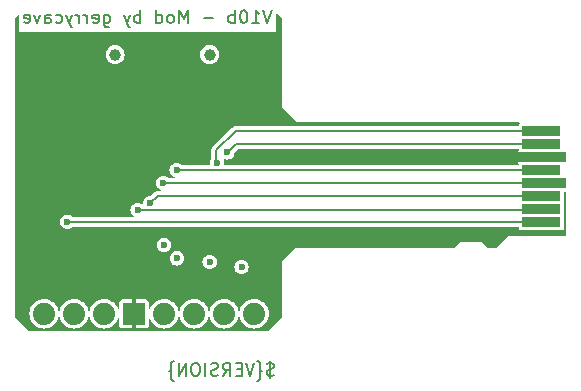
<source format=gbr>
%TF.GenerationSoftware,KiCad,Pcbnew,7.0.9*%
%TF.CreationDate,2023-12-03T03:50:29-05:00*%
%TF.ProjectId,SparkFun_MicroSD_Sniffer_v10,53706172-6b46-4756-9e5f-4d6963726f53,rev?*%
%TF.SameCoordinates,Original*%
%TF.FileFunction,Copper,L16,Bot*%
%TF.FilePolarity,Positive*%
%FSLAX46Y46*%
G04 Gerber Fmt 4.6, Leading zero omitted, Abs format (unit mm)*
G04 Created by KiCad (PCBNEW 7.0.9) date 2023-12-03 03:50:29*
%MOMM*%
%LPD*%
G01*
G04 APERTURE LIST*
%ADD10C,0.190500*%
%TA.AperFunction,NonConductor*%
%ADD11C,0.190500*%
%TD*%
%TA.AperFunction,SMDPad,CuDef*%
%ADD12R,3.250000X0.850000*%
%TD*%
%TA.AperFunction,SMDPad,CuDef*%
%ADD13R,3.750000X0.850000*%
%TD*%
%TA.AperFunction,ComponentPad*%
%ADD14C,1.879600*%
%TD*%
%TA.AperFunction,ComponentPad*%
%ADD15R,1.879600X1.879600*%
%TD*%
%TA.AperFunction,ComponentPad*%
%ADD16C,1.000000*%
%TD*%
%TA.AperFunction,ViaPad*%
%ADD17C,0.600000*%
%TD*%
%TA.AperFunction,Conductor*%
%ADD18C,0.850000*%
%TD*%
%TA.AperFunction,Conductor*%
%ADD19C,0.200000*%
%TD*%
G04 APERTURE END LIST*
D10*
D11*
X146851862Y-91708483D02*
X146492029Y-92787983D01*
X146492029Y-92787983D02*
X146132195Y-91708483D01*
X145206909Y-92787983D02*
X145823766Y-92787983D01*
X145515338Y-92787983D02*
X145515338Y-91708483D01*
X145515338Y-91708483D02*
X145618147Y-91862698D01*
X145618147Y-91862698D02*
X145720957Y-91965507D01*
X145720957Y-91965507D02*
X145823766Y-92016912D01*
X144538648Y-91708483D02*
X144435838Y-91708483D01*
X144435838Y-91708483D02*
X144333029Y-91759888D01*
X144333029Y-91759888D02*
X144281624Y-91811293D01*
X144281624Y-91811293D02*
X144230219Y-91914102D01*
X144230219Y-91914102D02*
X144178814Y-92119721D01*
X144178814Y-92119721D02*
X144178814Y-92376745D01*
X144178814Y-92376745D02*
X144230219Y-92582364D01*
X144230219Y-92582364D02*
X144281624Y-92685174D01*
X144281624Y-92685174D02*
X144333029Y-92736579D01*
X144333029Y-92736579D02*
X144435838Y-92787983D01*
X144435838Y-92787983D02*
X144538648Y-92787983D01*
X144538648Y-92787983D02*
X144641457Y-92736579D01*
X144641457Y-92736579D02*
X144692862Y-92685174D01*
X144692862Y-92685174D02*
X144744267Y-92582364D01*
X144744267Y-92582364D02*
X144795671Y-92376745D01*
X144795671Y-92376745D02*
X144795671Y-92119721D01*
X144795671Y-92119721D02*
X144744267Y-91914102D01*
X144744267Y-91914102D02*
X144692862Y-91811293D01*
X144692862Y-91811293D02*
X144641457Y-91759888D01*
X144641457Y-91759888D02*
X144538648Y-91708483D01*
X143716172Y-92787983D02*
X143716172Y-91708483D01*
X143716172Y-92119721D02*
X143613362Y-92068317D01*
X143613362Y-92068317D02*
X143407743Y-92068317D01*
X143407743Y-92068317D02*
X143304934Y-92119721D01*
X143304934Y-92119721D02*
X143253529Y-92171126D01*
X143253529Y-92171126D02*
X143202124Y-92273936D01*
X143202124Y-92273936D02*
X143202124Y-92582364D01*
X143202124Y-92582364D02*
X143253529Y-92685174D01*
X143253529Y-92685174D02*
X143304934Y-92736579D01*
X143304934Y-92736579D02*
X143407743Y-92787983D01*
X143407743Y-92787983D02*
X143613362Y-92787983D01*
X143613362Y-92787983D02*
X143716172Y-92736579D01*
X141917006Y-92376745D02*
X141094530Y-92376745D01*
X139758006Y-92787983D02*
X139758006Y-91708483D01*
X139758006Y-91708483D02*
X139398172Y-92479555D01*
X139398172Y-92479555D02*
X139038339Y-91708483D01*
X139038339Y-91708483D02*
X139038339Y-92787983D01*
X138370077Y-92787983D02*
X138472887Y-92736579D01*
X138472887Y-92736579D02*
X138524292Y-92685174D01*
X138524292Y-92685174D02*
X138575696Y-92582364D01*
X138575696Y-92582364D02*
X138575696Y-92273936D01*
X138575696Y-92273936D02*
X138524292Y-92171126D01*
X138524292Y-92171126D02*
X138472887Y-92119721D01*
X138472887Y-92119721D02*
X138370077Y-92068317D01*
X138370077Y-92068317D02*
X138215863Y-92068317D01*
X138215863Y-92068317D02*
X138113054Y-92119721D01*
X138113054Y-92119721D02*
X138061649Y-92171126D01*
X138061649Y-92171126D02*
X138010244Y-92273936D01*
X138010244Y-92273936D02*
X138010244Y-92582364D01*
X138010244Y-92582364D02*
X138061649Y-92685174D01*
X138061649Y-92685174D02*
X138113054Y-92736579D01*
X138113054Y-92736579D02*
X138215863Y-92787983D01*
X138215863Y-92787983D02*
X138370077Y-92787983D01*
X137084959Y-92787983D02*
X137084959Y-91708483D01*
X137084959Y-92736579D02*
X137187768Y-92787983D01*
X137187768Y-92787983D02*
X137393387Y-92787983D01*
X137393387Y-92787983D02*
X137496197Y-92736579D01*
X137496197Y-92736579D02*
X137547602Y-92685174D01*
X137547602Y-92685174D02*
X137599006Y-92582364D01*
X137599006Y-92582364D02*
X137599006Y-92273936D01*
X137599006Y-92273936D02*
X137547602Y-92171126D01*
X137547602Y-92171126D02*
X137496197Y-92119721D01*
X137496197Y-92119721D02*
X137393387Y-92068317D01*
X137393387Y-92068317D02*
X137187768Y-92068317D01*
X137187768Y-92068317D02*
X137084959Y-92119721D01*
X135748436Y-92787983D02*
X135748436Y-91708483D01*
X135748436Y-92119721D02*
X135645626Y-92068317D01*
X135645626Y-92068317D02*
X135440007Y-92068317D01*
X135440007Y-92068317D02*
X135337198Y-92119721D01*
X135337198Y-92119721D02*
X135285793Y-92171126D01*
X135285793Y-92171126D02*
X135234388Y-92273936D01*
X135234388Y-92273936D02*
X135234388Y-92582364D01*
X135234388Y-92582364D02*
X135285793Y-92685174D01*
X135285793Y-92685174D02*
X135337198Y-92736579D01*
X135337198Y-92736579D02*
X135440007Y-92787983D01*
X135440007Y-92787983D02*
X135645626Y-92787983D01*
X135645626Y-92787983D02*
X135748436Y-92736579D01*
X134874555Y-92068317D02*
X134617531Y-92787983D01*
X134360508Y-92068317D02*
X134617531Y-92787983D01*
X134617531Y-92787983D02*
X134720341Y-93045007D01*
X134720341Y-93045007D02*
X134771746Y-93096412D01*
X134771746Y-93096412D02*
X134874555Y-93147817D01*
X132664151Y-92068317D02*
X132664151Y-92942198D01*
X132664151Y-92942198D02*
X132715556Y-93045007D01*
X132715556Y-93045007D02*
X132766960Y-93096412D01*
X132766960Y-93096412D02*
X132869770Y-93147817D01*
X132869770Y-93147817D02*
X133023984Y-93147817D01*
X133023984Y-93147817D02*
X133126794Y-93096412D01*
X132664151Y-92736579D02*
X132766960Y-92787983D01*
X132766960Y-92787983D02*
X132972579Y-92787983D01*
X132972579Y-92787983D02*
X133075389Y-92736579D01*
X133075389Y-92736579D02*
X133126794Y-92685174D01*
X133126794Y-92685174D02*
X133178198Y-92582364D01*
X133178198Y-92582364D02*
X133178198Y-92273936D01*
X133178198Y-92273936D02*
X133126794Y-92171126D01*
X133126794Y-92171126D02*
X133075389Y-92119721D01*
X133075389Y-92119721D02*
X132972579Y-92068317D01*
X132972579Y-92068317D02*
X132766960Y-92068317D01*
X132766960Y-92068317D02*
X132664151Y-92119721D01*
X131738866Y-92736579D02*
X131841675Y-92787983D01*
X131841675Y-92787983D02*
X132047294Y-92787983D01*
X132047294Y-92787983D02*
X132150104Y-92736579D01*
X132150104Y-92736579D02*
X132201508Y-92633769D01*
X132201508Y-92633769D02*
X132201508Y-92222531D01*
X132201508Y-92222531D02*
X132150104Y-92119721D01*
X132150104Y-92119721D02*
X132047294Y-92068317D01*
X132047294Y-92068317D02*
X131841675Y-92068317D01*
X131841675Y-92068317D02*
X131738866Y-92119721D01*
X131738866Y-92119721D02*
X131687461Y-92222531D01*
X131687461Y-92222531D02*
X131687461Y-92325340D01*
X131687461Y-92325340D02*
X132201508Y-92428150D01*
X131224818Y-92787983D02*
X131224818Y-92068317D01*
X131224818Y-92273936D02*
X131173413Y-92171126D01*
X131173413Y-92171126D02*
X131122008Y-92119721D01*
X131122008Y-92119721D02*
X131019199Y-92068317D01*
X131019199Y-92068317D02*
X130916389Y-92068317D01*
X130556556Y-92787983D02*
X130556556Y-92068317D01*
X130556556Y-92273936D02*
X130505151Y-92171126D01*
X130505151Y-92171126D02*
X130453746Y-92119721D01*
X130453746Y-92119721D02*
X130350937Y-92068317D01*
X130350937Y-92068317D02*
X130248127Y-92068317D01*
X129991103Y-92068317D02*
X129734079Y-92787983D01*
X129477056Y-92068317D02*
X129734079Y-92787983D01*
X129734079Y-92787983D02*
X129836889Y-93045007D01*
X129836889Y-93045007D02*
X129888294Y-93096412D01*
X129888294Y-93096412D02*
X129991103Y-93147817D01*
X128603175Y-92736579D02*
X128705984Y-92787983D01*
X128705984Y-92787983D02*
X128911603Y-92787983D01*
X128911603Y-92787983D02*
X129014413Y-92736579D01*
X129014413Y-92736579D02*
X129065818Y-92685174D01*
X129065818Y-92685174D02*
X129117222Y-92582364D01*
X129117222Y-92582364D02*
X129117222Y-92273936D01*
X129117222Y-92273936D02*
X129065818Y-92171126D01*
X129065818Y-92171126D02*
X129014413Y-92119721D01*
X129014413Y-92119721D02*
X128911603Y-92068317D01*
X128911603Y-92068317D02*
X128705984Y-92068317D01*
X128705984Y-92068317D02*
X128603175Y-92119721D01*
X127677889Y-92787983D02*
X127677889Y-92222531D01*
X127677889Y-92222531D02*
X127729294Y-92119721D01*
X127729294Y-92119721D02*
X127832103Y-92068317D01*
X127832103Y-92068317D02*
X128037722Y-92068317D01*
X128037722Y-92068317D02*
X128140532Y-92119721D01*
X127677889Y-92736579D02*
X127780698Y-92787983D01*
X127780698Y-92787983D02*
X128037722Y-92787983D01*
X128037722Y-92787983D02*
X128140532Y-92736579D01*
X128140532Y-92736579D02*
X128191936Y-92633769D01*
X128191936Y-92633769D02*
X128191936Y-92530959D01*
X128191936Y-92530959D02*
X128140532Y-92428150D01*
X128140532Y-92428150D02*
X128037722Y-92376745D01*
X128037722Y-92376745D02*
X127780698Y-92376745D01*
X127780698Y-92376745D02*
X127677889Y-92325340D01*
X127266651Y-92068317D02*
X127009627Y-92787983D01*
X127009627Y-92787983D02*
X126752604Y-92068317D01*
X125930128Y-92736579D02*
X126032937Y-92787983D01*
X126032937Y-92787983D02*
X126238556Y-92787983D01*
X126238556Y-92787983D02*
X126341366Y-92736579D01*
X126341366Y-92736579D02*
X126392770Y-92633769D01*
X126392770Y-92633769D02*
X126392770Y-92222531D01*
X126392770Y-92222531D02*
X126341366Y-92119721D01*
X126341366Y-92119721D02*
X126238556Y-92068317D01*
X126238556Y-92068317D02*
X126032937Y-92068317D01*
X126032937Y-92068317D02*
X125930128Y-92119721D01*
X125930128Y-92119721D02*
X125878723Y-92222531D01*
X125878723Y-92222531D02*
X125878723Y-92325340D01*
X125878723Y-92325340D02*
X126392770Y-92428150D01*
D10*
D11*
X147045674Y-122590179D02*
X146891460Y-122641583D01*
X146891460Y-122641583D02*
X146634436Y-122641583D01*
X146634436Y-122641583D02*
X146531627Y-122590179D01*
X146531627Y-122590179D02*
X146480222Y-122538774D01*
X146480222Y-122538774D02*
X146428817Y-122435964D01*
X146428817Y-122435964D02*
X146428817Y-122333155D01*
X146428817Y-122333155D02*
X146480222Y-122230345D01*
X146480222Y-122230345D02*
X146531627Y-122178940D01*
X146531627Y-122178940D02*
X146634436Y-122127536D01*
X146634436Y-122127536D02*
X146840055Y-122076131D01*
X146840055Y-122076131D02*
X146942865Y-122024726D01*
X146942865Y-122024726D02*
X146994270Y-121973321D01*
X146994270Y-121973321D02*
X147045674Y-121870512D01*
X147045674Y-121870512D02*
X147045674Y-121767702D01*
X147045674Y-121767702D02*
X146994270Y-121664893D01*
X146994270Y-121664893D02*
X146942865Y-121613488D01*
X146942865Y-121613488D02*
X146840055Y-121562083D01*
X146840055Y-121562083D02*
X146583032Y-121562083D01*
X146583032Y-121562083D02*
X146428817Y-121613488D01*
X146737246Y-121407869D02*
X146737246Y-122795798D01*
X145657746Y-123052821D02*
X145709151Y-123052821D01*
X145709151Y-123052821D02*
X145811960Y-123001417D01*
X145811960Y-123001417D02*
X145863365Y-122898607D01*
X145863365Y-122898607D02*
X145863365Y-122384559D01*
X145863365Y-122384559D02*
X145914770Y-122281750D01*
X145914770Y-122281750D02*
X146017579Y-122230345D01*
X146017579Y-122230345D02*
X145914770Y-122178940D01*
X145914770Y-122178940D02*
X145863365Y-122076131D01*
X145863365Y-122076131D02*
X145863365Y-121562083D01*
X145863365Y-121562083D02*
X145811960Y-121459274D01*
X145811960Y-121459274D02*
X145709151Y-121407869D01*
X145709151Y-121407869D02*
X145657746Y-121407869D01*
X145400722Y-121562083D02*
X145040889Y-122641583D01*
X145040889Y-122641583D02*
X144681055Y-121562083D01*
X144321222Y-122076131D02*
X143961388Y-122076131D01*
X143807174Y-122641583D02*
X144321222Y-122641583D01*
X144321222Y-122641583D02*
X144321222Y-121562083D01*
X144321222Y-121562083D02*
X143807174Y-121562083D01*
X142727675Y-122641583D02*
X143087508Y-122127536D01*
X143344532Y-122641583D02*
X143344532Y-121562083D01*
X143344532Y-121562083D02*
X142933294Y-121562083D01*
X142933294Y-121562083D02*
X142830484Y-121613488D01*
X142830484Y-121613488D02*
X142779079Y-121664893D01*
X142779079Y-121664893D02*
X142727675Y-121767702D01*
X142727675Y-121767702D02*
X142727675Y-121921917D01*
X142727675Y-121921917D02*
X142779079Y-122024726D01*
X142779079Y-122024726D02*
X142830484Y-122076131D01*
X142830484Y-122076131D02*
X142933294Y-122127536D01*
X142933294Y-122127536D02*
X143344532Y-122127536D01*
X142316436Y-122590179D02*
X142162222Y-122641583D01*
X142162222Y-122641583D02*
X141905198Y-122641583D01*
X141905198Y-122641583D02*
X141802389Y-122590179D01*
X141802389Y-122590179D02*
X141750984Y-122538774D01*
X141750984Y-122538774D02*
X141699579Y-122435964D01*
X141699579Y-122435964D02*
X141699579Y-122333155D01*
X141699579Y-122333155D02*
X141750984Y-122230345D01*
X141750984Y-122230345D02*
X141802389Y-122178940D01*
X141802389Y-122178940D02*
X141905198Y-122127536D01*
X141905198Y-122127536D02*
X142110817Y-122076131D01*
X142110817Y-122076131D02*
X142213627Y-122024726D01*
X142213627Y-122024726D02*
X142265032Y-121973321D01*
X142265032Y-121973321D02*
X142316436Y-121870512D01*
X142316436Y-121870512D02*
X142316436Y-121767702D01*
X142316436Y-121767702D02*
X142265032Y-121664893D01*
X142265032Y-121664893D02*
X142213627Y-121613488D01*
X142213627Y-121613488D02*
X142110817Y-121562083D01*
X142110817Y-121562083D02*
X141853794Y-121562083D01*
X141853794Y-121562083D02*
X141699579Y-121613488D01*
X141236937Y-122641583D02*
X141236937Y-121562083D01*
X140517270Y-121562083D02*
X140311651Y-121562083D01*
X140311651Y-121562083D02*
X140208841Y-121613488D01*
X140208841Y-121613488D02*
X140106032Y-121716298D01*
X140106032Y-121716298D02*
X140054627Y-121921917D01*
X140054627Y-121921917D02*
X140054627Y-122281750D01*
X140054627Y-122281750D02*
X140106032Y-122487369D01*
X140106032Y-122487369D02*
X140208841Y-122590179D01*
X140208841Y-122590179D02*
X140311651Y-122641583D01*
X140311651Y-122641583D02*
X140517270Y-122641583D01*
X140517270Y-122641583D02*
X140620079Y-122590179D01*
X140620079Y-122590179D02*
X140722889Y-122487369D01*
X140722889Y-122487369D02*
X140774293Y-122281750D01*
X140774293Y-122281750D02*
X140774293Y-121921917D01*
X140774293Y-121921917D02*
X140722889Y-121716298D01*
X140722889Y-121716298D02*
X140620079Y-121613488D01*
X140620079Y-121613488D02*
X140517270Y-121562083D01*
X139591984Y-122641583D02*
X139591984Y-121562083D01*
X139591984Y-121562083D02*
X138975127Y-122641583D01*
X138975127Y-122641583D02*
X138975127Y-121562083D01*
X138563888Y-123052821D02*
X138512483Y-123052821D01*
X138512483Y-123052821D02*
X138409674Y-123001417D01*
X138409674Y-123001417D02*
X138358269Y-122898607D01*
X138358269Y-122898607D02*
X138358269Y-122384559D01*
X138358269Y-122384559D02*
X138306864Y-122281750D01*
X138306864Y-122281750D02*
X138204055Y-122230345D01*
X138204055Y-122230345D02*
X138306864Y-122178940D01*
X138306864Y-122178940D02*
X138358269Y-122076131D01*
X138358269Y-122076131D02*
X138358269Y-121562083D01*
X138358269Y-121562083D02*
X138409674Y-121459274D01*
X138409674Y-121459274D02*
X138512483Y-121407869D01*
X138512483Y-121407869D02*
X138563888Y-121407869D01*
D12*
%TO.P,U1,CD/DAT3,CD/DAT3*%
%TO.N,/CD{slash}DAT3*%
X169696100Y-108514200D03*
%TO.P,U1,CLK,CLK*%
%TO.N,/CLK*%
X169696100Y-105214200D03*
%TO.P,U1,CMD,CMD*%
%TO.N,/CMD*%
X169696100Y-107414200D03*
%TO.P,U1,DAT0,DAT0*%
%TO.N,/DAT0*%
X169696100Y-103014200D03*
%TO.P,U1,DAT1,DAT1*%
%TO.N,/DAT1*%
X169696100Y-101914200D03*
%TO.P,U1,DAT2,DAT2*%
%TO.N,/DAT2*%
X169696100Y-109614200D03*
D13*
%TO.P,U1,GND,GND*%
%TO.N,GND*%
X169896100Y-104114200D03*
%TO.P,U1,VCC,VDD*%
%TO.N,VCC*%
X169896100Y-106314200D03*
%TD*%
D14*
%TO.P,JP1,1,1*%
%TO.N,/DAT2*%
X127596900Y-117398800D03*
%TO.P,JP1,2,2*%
%TO.N,/CD{slash}DAT3*%
X130136900Y-117398800D03*
%TO.P,JP1,3,3*%
%TO.N,/CMD*%
X132676900Y-117398800D03*
D15*
%TO.P,JP1,4,4*%
%TO.N,GND*%
X135216900Y-117398800D03*
D14*
%TO.P,JP1,5,5*%
%TO.N,VCC*%
X137756900Y-117398800D03*
%TO.P,JP1,6,6*%
%TO.N,/CLK*%
X140296900Y-117398800D03*
%TO.P,JP1,7,7*%
%TO.N,/DAT0*%
X142836900Y-117398800D03*
%TO.P,JP1,8,8*%
%TO.N,/DAT1*%
X145376900Y-117398800D03*
%TD*%
D16*
%TO.P,Card1,*%
%TO.N,*%
X141610000Y-95450000D03*
X133610000Y-95450000D03*
%TD*%
D17*
%TO.N,GND*%
X129050000Y-112500000D03*
X132760000Y-107790000D03*
X144190000Y-115230000D03*
X131480000Y-112600000D03*
%TO.N,VCC*%
X137700000Y-106330000D03*
X137740000Y-111570000D03*
%TO.N,/DAT2*%
X129570000Y-109600000D03*
%TO.N,/CD{slash}DAT3*%
X135520000Y-108600000D03*
%TO.N,/CMD*%
X136590000Y-108030000D03*
%TO.N,/CLK*%
X138840000Y-112710000D03*
X138820000Y-105210000D03*
%TO.N,/DAT0*%
X141610000Y-113020000D03*
X143110000Y-103740000D03*
%TO.N,/DAT1*%
X142250000Y-104600000D03*
X144310000Y-113460000D03*
%TD*%
D18*
%TO.N,GND*%
X161565800Y-104114200D02*
X169896100Y-104114200D01*
D19*
%TO.N,VCC*%
X137700000Y-106330000D02*
X137715800Y-106314200D01*
X137715800Y-106314200D02*
X169896100Y-106314200D01*
%TO.N,/DAT2*%
X129584200Y-109614200D02*
X129570000Y-109600000D01*
X169696100Y-109614200D02*
X129584200Y-109614200D01*
%TO.N,/CD{slash}DAT3*%
X135583200Y-108633200D02*
X169577100Y-108633200D01*
X169577100Y-108633200D02*
X169696100Y-108514200D01*
%TO.N,/CMD*%
X137205800Y-107414200D02*
X136590000Y-108030000D01*
X169696100Y-107414200D02*
X137205800Y-107414200D01*
%TO.N,/CLK*%
X138820000Y-105210000D02*
X138824200Y-105214200D01*
X169696100Y-105214200D02*
X138820000Y-105210000D01*
%TO.N,/DAT0*%
X169696100Y-103014200D02*
X143835800Y-103014200D01*
X143835800Y-103014200D02*
X143260000Y-103590000D01*
%TO.N,/DAT1*%
X143805800Y-101914200D02*
X142170000Y-103550000D01*
X142170000Y-103550000D02*
X142170000Y-104611500D01*
X169696100Y-101914200D02*
X143805800Y-101914200D01*
%TD*%
%TA.AperFunction,Conductor*%
%TO.N,GND*%
G36*
X147359339Y-91977151D02*
G01*
X147720294Y-92338106D01*
X147738600Y-92382300D01*
X147738600Y-99889320D01*
X147734660Y-99911159D01*
X147733556Y-99914118D01*
X147733556Y-99914120D01*
X147737172Y-99930742D01*
X147737900Y-99937520D01*
X147737964Y-99937511D01*
X147738599Y-99941932D01*
X147742166Y-99954079D01*
X147742718Y-99956240D01*
X147749471Y-99987282D01*
X147751542Y-99991074D01*
X147751691Y-99991435D01*
X147751736Y-99991511D01*
X147751975Y-99991807D01*
X147754310Y-99995441D01*
X147768285Y-100007550D01*
X147778334Y-100016257D01*
X147779959Y-100017771D01*
X148894703Y-101132515D01*
X148907359Y-101150741D01*
X148908673Y-101153619D01*
X148908675Y-101153621D01*
X148922982Y-101162815D01*
X148928288Y-101167091D01*
X148928327Y-101167040D01*
X148931906Y-101169719D01*
X148943014Y-101175783D01*
X148944935Y-101176923D01*
X148959903Y-101186542D01*
X148971663Y-101194100D01*
X148971665Y-101194100D01*
X148975801Y-101195315D01*
X148976156Y-101195462D01*
X148976258Y-101195488D01*
X148976636Y-101195529D01*
X148980852Y-101196446D01*
X148980853Y-101196445D01*
X148980854Y-101196446D01*
X148987430Y-101195975D01*
X149012547Y-101194180D01*
X149014777Y-101194100D01*
X167783553Y-101194100D01*
X167827747Y-101212406D01*
X167846053Y-101256600D01*
X167827747Y-101300794D01*
X167814867Y-101313673D01*
X167768761Y-101418092D01*
X167765800Y-101443621D01*
X167765800Y-101446400D01*
X167747494Y-101490594D01*
X167703300Y-101508900D01*
X143741607Y-101508900D01*
X143715564Y-101517360D01*
X143706033Y-101519648D01*
X143678999Y-101523930D01*
X143678995Y-101523931D01*
X143654604Y-101536359D01*
X143645547Y-101540110D01*
X143619506Y-101548572D01*
X143619502Y-101548574D01*
X143597356Y-101564663D01*
X143588999Y-101569785D01*
X143564601Y-101582217D01*
X143473817Y-101673002D01*
X141920010Y-103226808D01*
X141838018Y-103308800D01*
X141838016Y-103308803D01*
X141825587Y-103333194D01*
X141820466Y-103341552D01*
X141804372Y-103363704D01*
X141795910Y-103389745D01*
X141792160Y-103398799D01*
X141779731Y-103423194D01*
X141775447Y-103450239D01*
X141773159Y-103459770D01*
X141764700Y-103485807D01*
X141764700Y-104216926D01*
X141751785Y-104254973D01*
X141721272Y-104294738D01*
X141721270Y-104294741D01*
X141660281Y-104441981D01*
X141660278Y-104441991D01*
X141639477Y-104599998D01*
X141639477Y-104600001D01*
X141657173Y-104734419D01*
X141644792Y-104780625D01*
X141603366Y-104804542D01*
X141595199Y-104805077D01*
X139302828Y-104804765D01*
X139258637Y-104786453D01*
X139253259Y-104780320D01*
X139251705Y-104778295D01*
X139251702Y-104778293D01*
X139251701Y-104778291D01*
X139125262Y-104681272D01*
X139125259Y-104681270D01*
X138978018Y-104620281D01*
X138978008Y-104620278D01*
X138820002Y-104599477D01*
X138819998Y-104599477D01*
X138661991Y-104620278D01*
X138661981Y-104620281D01*
X138514741Y-104681270D01*
X138514738Y-104681272D01*
X138388295Y-104778295D01*
X138291272Y-104904738D01*
X138291270Y-104904741D01*
X138230281Y-105051981D01*
X138230278Y-105051991D01*
X138209477Y-105209998D01*
X138209477Y-105210001D01*
X138230278Y-105368008D01*
X138230281Y-105368018D01*
X138291270Y-105515259D01*
X138291272Y-105515262D01*
X138388294Y-105641705D01*
X138482088Y-105713675D01*
X138492339Y-105721541D01*
X138514737Y-105738727D01*
X138514740Y-105738729D01*
X138635279Y-105788658D01*
X138669103Y-105822482D01*
X138669103Y-105870318D01*
X138635279Y-105904142D01*
X138611361Y-105908900D01*
X138166742Y-105908900D01*
X138128695Y-105895985D01*
X138005262Y-105801272D01*
X138005259Y-105801270D01*
X137858018Y-105740281D01*
X137858008Y-105740278D01*
X137700002Y-105719477D01*
X137699998Y-105719477D01*
X137541991Y-105740278D01*
X137541981Y-105740281D01*
X137394741Y-105801270D01*
X137394738Y-105801272D01*
X137268295Y-105898295D01*
X137171272Y-106024738D01*
X137171270Y-106024741D01*
X137110281Y-106171981D01*
X137110278Y-106171991D01*
X137089477Y-106329998D01*
X137089477Y-106330001D01*
X137110278Y-106488008D01*
X137110281Y-106488018D01*
X137171270Y-106635259D01*
X137171272Y-106635262D01*
X137268294Y-106761705D01*
X137394737Y-106858727D01*
X137394740Y-106858729D01*
X137466994Y-106888658D01*
X137500819Y-106922482D01*
X137500818Y-106970318D01*
X137466994Y-107004143D01*
X137443076Y-107008900D01*
X137141607Y-107008900D01*
X137115570Y-107017359D01*
X137106039Y-107019647D01*
X137078994Y-107023931D01*
X137054599Y-107036360D01*
X137045545Y-107040110D01*
X137019504Y-107048572D01*
X136997352Y-107064666D01*
X136988994Y-107069787D01*
X136964603Y-107082216D01*
X136941764Y-107105055D01*
X136644791Y-107402026D01*
X136600597Y-107420332D01*
X136592447Y-107419798D01*
X136590006Y-107419477D01*
X136589997Y-107419477D01*
X136431991Y-107440278D01*
X136431981Y-107440281D01*
X136284741Y-107501270D01*
X136284738Y-107501272D01*
X136158295Y-107598295D01*
X136061272Y-107724738D01*
X136061270Y-107724741D01*
X136000281Y-107871981D01*
X136000278Y-107871991D01*
X135979477Y-108029998D01*
X135979477Y-108030003D01*
X135983155Y-108057943D01*
X135970774Y-108104148D01*
X135929347Y-108128065D01*
X135883143Y-108115685D01*
X135825262Y-108071272D01*
X135825259Y-108071270D01*
X135678018Y-108010281D01*
X135678008Y-108010278D01*
X135520002Y-107989477D01*
X135519998Y-107989477D01*
X135361991Y-108010278D01*
X135361981Y-108010281D01*
X135214741Y-108071270D01*
X135214738Y-108071272D01*
X135088295Y-108168295D01*
X134991272Y-108294738D01*
X134991270Y-108294741D01*
X134930281Y-108441981D01*
X134930278Y-108441991D01*
X134909477Y-108599998D01*
X134909477Y-108600001D01*
X134930278Y-108758008D01*
X134930281Y-108758018D01*
X134991270Y-108905259D01*
X134991272Y-108905262D01*
X135088294Y-109031705D01*
X135173148Y-109096815D01*
X135197066Y-109138242D01*
X135184686Y-109184447D01*
X135143259Y-109208365D01*
X135135101Y-109208900D01*
X130063684Y-109208900D01*
X130019490Y-109190594D01*
X130014100Y-109184448D01*
X130001704Y-109168293D01*
X129875262Y-109071272D01*
X129875259Y-109071270D01*
X129728018Y-109010281D01*
X129728008Y-109010278D01*
X129570002Y-108989477D01*
X129569998Y-108989477D01*
X129411991Y-109010278D01*
X129411981Y-109010281D01*
X129264741Y-109071270D01*
X129264738Y-109071272D01*
X129138295Y-109168295D01*
X129041272Y-109294738D01*
X129041270Y-109294741D01*
X128980281Y-109441981D01*
X128980278Y-109441991D01*
X128959477Y-109599998D01*
X128959477Y-109600001D01*
X128980278Y-109758008D01*
X128980281Y-109758018D01*
X129041270Y-109905259D01*
X129041272Y-109905262D01*
X129138294Y-110031705D01*
X129207461Y-110084778D01*
X129264738Y-110128728D01*
X129411985Y-110189720D01*
X129411989Y-110189720D01*
X129411991Y-110189721D01*
X129569998Y-110210523D01*
X129570000Y-110210523D01*
X129570002Y-110210523D01*
X129728008Y-110189721D01*
X129728008Y-110189720D01*
X129728015Y-110189720D01*
X129875262Y-110128728D01*
X130000780Y-110032415D01*
X130038827Y-110019500D01*
X167703301Y-110019500D01*
X167747495Y-110037806D01*
X167765801Y-110082000D01*
X167765801Y-110084778D01*
X167768762Y-110110309D01*
X167768762Y-110110310D01*
X167776895Y-110128729D01*
X167814866Y-110214725D01*
X167895575Y-110295434D01*
X167999991Y-110341538D01*
X168025521Y-110344500D01*
X171366678Y-110344499D01*
X171392209Y-110341538D01*
X171496625Y-110295434D01*
X171577334Y-110214725D01*
X171623438Y-110110309D01*
X171626400Y-110084779D01*
X171626399Y-109143622D01*
X171623438Y-109118091D01*
X171610788Y-109089444D01*
X171609683Y-109041624D01*
X171610767Y-109039004D01*
X171623438Y-109010309D01*
X171626400Y-108984779D01*
X171626399Y-108043622D01*
X171623438Y-108018091D01*
X171610788Y-107989444D01*
X171609683Y-107941624D01*
X171610767Y-107939004D01*
X171623438Y-107910309D01*
X171626400Y-107884779D01*
X171626399Y-107106998D01*
X171644705Y-107062805D01*
X171688899Y-107044499D01*
X171728642Y-107044499D01*
X171772836Y-107062805D01*
X171791142Y-107106999D01*
X171791137Y-107107800D01*
X171744020Y-110782921D01*
X171725149Y-110826877D01*
X171681366Y-110844620D01*
X166964419Y-110832587D01*
X166942703Y-110828634D01*
X166939564Y-110827461D01*
X166939560Y-110827460D01*
X166923112Y-110831028D01*
X166916408Y-110831738D01*
X166916421Y-110831828D01*
X166911995Y-110832453D01*
X166899696Y-110836029D01*
X166897596Y-110836562D01*
X166866388Y-110843331D01*
X166862949Y-110845206D01*
X166862543Y-110845373D01*
X166862080Y-110845647D01*
X166861742Y-110845919D01*
X166858444Y-110848026D01*
X166837471Y-110872106D01*
X166835989Y-110873692D01*
X165865636Y-111842822D01*
X165821470Y-111861100D01*
X165216801Y-111861100D01*
X165172607Y-111842794D01*
X164744496Y-111414683D01*
X164731837Y-111396450D01*
X164730526Y-111393580D01*
X164716214Y-111384382D01*
X164710907Y-111380105D01*
X164710869Y-111380157D01*
X164707292Y-111377479D01*
X164696169Y-111371406D01*
X164694248Y-111370266D01*
X164667538Y-111353100D01*
X164663392Y-111351883D01*
X164663029Y-111351732D01*
X164662950Y-111351712D01*
X164662563Y-111351671D01*
X164658346Y-111350753D01*
X164626653Y-111353020D01*
X164624423Y-111353100D01*
X162886380Y-111353100D01*
X162864541Y-111349160D01*
X162861581Y-111348056D01*
X162861578Y-111348055D01*
X162844956Y-111351672D01*
X162838182Y-111352400D01*
X162838192Y-111352464D01*
X162833764Y-111353100D01*
X162821607Y-111356669D01*
X162819449Y-111357220D01*
X162788415Y-111363971D01*
X162784615Y-111366046D01*
X162784257Y-111366194D01*
X162784197Y-111366229D01*
X162783893Y-111366475D01*
X162780258Y-111368810D01*
X162759454Y-111392819D01*
X162757935Y-111394451D01*
X162309593Y-111842794D01*
X162265399Y-111861100D01*
X148916380Y-111861100D01*
X148894541Y-111857160D01*
X148891581Y-111856056D01*
X148891578Y-111856055D01*
X148874956Y-111859672D01*
X148868180Y-111860400D01*
X148868190Y-111860464D01*
X148863764Y-111861100D01*
X148851612Y-111864667D01*
X148849453Y-111865218D01*
X148818416Y-111871971D01*
X148814614Y-111874047D01*
X148814256Y-111874195D01*
X148814199Y-111874228D01*
X148813903Y-111874468D01*
X148810259Y-111876810D01*
X148789448Y-111900826D01*
X148787929Y-111902458D01*
X147800181Y-112890204D01*
X147781957Y-112902859D01*
X147779080Y-112904172D01*
X147779079Y-112904174D01*
X147769881Y-112918486D01*
X147765607Y-112923789D01*
X147765659Y-112923828D01*
X147762978Y-112927409D01*
X147756907Y-112938528D01*
X147755769Y-112940446D01*
X147738599Y-112967163D01*
X147737382Y-112971309D01*
X147737233Y-112971668D01*
X147737214Y-112971744D01*
X147737172Y-112972135D01*
X147736253Y-112976355D01*
X147738520Y-113008046D01*
X147738600Y-113010276D01*
X147738600Y-117624899D01*
X147720294Y-117669093D01*
X146561593Y-118827794D01*
X146517399Y-118846100D01*
X126354800Y-118846100D01*
X126310606Y-118827794D01*
X125151906Y-117669093D01*
X125133600Y-117624899D01*
X125133600Y-117398802D01*
X126347044Y-117398802D01*
X126366031Y-117615831D01*
X126366034Y-117615847D01*
X126422416Y-117826265D01*
X126422422Y-117826281D01*
X126514490Y-118023724D01*
X126514492Y-118023726D01*
X126639455Y-118202193D01*
X126793506Y-118356244D01*
X126833129Y-118383988D01*
X126971972Y-118481207D01*
X126971973Y-118481207D01*
X126971975Y-118481209D01*
X127040963Y-118513378D01*
X127169424Y-118573280D01*
X127169431Y-118573281D01*
X127169434Y-118573283D01*
X127379852Y-118629665D01*
X127379858Y-118629666D01*
X127379865Y-118629668D01*
X127493972Y-118639651D01*
X127596898Y-118648656D01*
X127596900Y-118648656D01*
X127596902Y-118648656D01*
X127669245Y-118642326D01*
X127813935Y-118629668D01*
X127813944Y-118629665D01*
X127813947Y-118629665D01*
X128024365Y-118573283D01*
X128024365Y-118573282D01*
X128024376Y-118573280D01*
X128221828Y-118481207D01*
X128400292Y-118356245D01*
X128554345Y-118202192D01*
X128679307Y-118023728D01*
X128771380Y-117826276D01*
X128772043Y-117823803D01*
X128806530Y-117695097D01*
X128835650Y-117657146D01*
X128883076Y-117650903D01*
X128921027Y-117680023D01*
X128927270Y-117695097D01*
X128962416Y-117826265D01*
X128962422Y-117826281D01*
X129054490Y-118023724D01*
X129054492Y-118023726D01*
X129179455Y-118202193D01*
X129333506Y-118356244D01*
X129373129Y-118383988D01*
X129511972Y-118481207D01*
X129511973Y-118481207D01*
X129511975Y-118481209D01*
X129580963Y-118513378D01*
X129709424Y-118573280D01*
X129709431Y-118573281D01*
X129709434Y-118573283D01*
X129919852Y-118629665D01*
X129919858Y-118629666D01*
X129919865Y-118629668D01*
X130033972Y-118639651D01*
X130136898Y-118648656D01*
X130136900Y-118648656D01*
X130136902Y-118648656D01*
X130209245Y-118642326D01*
X130353935Y-118629668D01*
X130353944Y-118629665D01*
X130353947Y-118629665D01*
X130564365Y-118573283D01*
X130564365Y-118573282D01*
X130564376Y-118573280D01*
X130761828Y-118481207D01*
X130940292Y-118356245D01*
X131094345Y-118202192D01*
X131219307Y-118023728D01*
X131311380Y-117826276D01*
X131312043Y-117823803D01*
X131346530Y-117695097D01*
X131375650Y-117657146D01*
X131423076Y-117650903D01*
X131461027Y-117680023D01*
X131467270Y-117695097D01*
X131502416Y-117826265D01*
X131502422Y-117826281D01*
X131594490Y-118023724D01*
X131594492Y-118023726D01*
X131719455Y-118202193D01*
X131873506Y-118356244D01*
X131913129Y-118383988D01*
X132051972Y-118481207D01*
X132051973Y-118481207D01*
X132051975Y-118481209D01*
X132120963Y-118513378D01*
X132249424Y-118573280D01*
X132249431Y-118573281D01*
X132249434Y-118573283D01*
X132459852Y-118629665D01*
X132459858Y-118629666D01*
X132459865Y-118629668D01*
X132573972Y-118639651D01*
X132676898Y-118648656D01*
X132676900Y-118648656D01*
X132676902Y-118648656D01*
X132749245Y-118642326D01*
X132893935Y-118629668D01*
X132893944Y-118629665D01*
X132893947Y-118629665D01*
X133104365Y-118573283D01*
X133104365Y-118573282D01*
X133104376Y-118573280D01*
X133301828Y-118481207D01*
X133480292Y-118356245D01*
X133634345Y-118202192D01*
X133759307Y-118023728D01*
X133851380Y-117826276D01*
X133851384Y-117826260D01*
X133851867Y-117824935D01*
X133852148Y-117824627D01*
X133852533Y-117823803D01*
X133852792Y-117823924D01*
X133884180Y-117789664D01*
X133931970Y-117787572D01*
X133967241Y-117819885D01*
X133973100Y-117846305D01*
X133973100Y-118383988D01*
X133976049Y-118409407D01*
X133976049Y-118409408D01*
X134021957Y-118513378D01*
X134102321Y-118593742D01*
X134206294Y-118639651D01*
X134231711Y-118642599D01*
X135064900Y-118642599D01*
X135064900Y-117887851D01*
X135072308Y-117891235D01*
X135180566Y-117906800D01*
X135253234Y-117906800D01*
X135361492Y-117891235D01*
X135368900Y-117887851D01*
X135368900Y-118642599D01*
X136202088Y-118642599D01*
X136227507Y-118639650D01*
X136227508Y-118639650D01*
X136331478Y-118593742D01*
X136411842Y-118513378D01*
X136457751Y-118409405D01*
X136460699Y-118383988D01*
X136460699Y-117846306D01*
X136479005Y-117802112D01*
X136523199Y-117783806D01*
X136567393Y-117802112D01*
X136581227Y-117823821D01*
X136581267Y-117823803D01*
X136581407Y-117824104D01*
X136581926Y-117824918D01*
X136582417Y-117826265D01*
X136582420Y-117826276D01*
X136582422Y-117826280D01*
X136674490Y-118023724D01*
X136674492Y-118023726D01*
X136799455Y-118202193D01*
X136953506Y-118356244D01*
X136993129Y-118383988D01*
X137131972Y-118481207D01*
X137131973Y-118481207D01*
X137131975Y-118481209D01*
X137200963Y-118513378D01*
X137329424Y-118573280D01*
X137329431Y-118573281D01*
X137329434Y-118573283D01*
X137539852Y-118629665D01*
X137539858Y-118629666D01*
X137539865Y-118629668D01*
X137653972Y-118639651D01*
X137756898Y-118648656D01*
X137756900Y-118648656D01*
X137756902Y-118648656D01*
X137829245Y-118642326D01*
X137973935Y-118629668D01*
X137973944Y-118629665D01*
X137973947Y-118629665D01*
X138184365Y-118573283D01*
X138184365Y-118573282D01*
X138184376Y-118573280D01*
X138381828Y-118481207D01*
X138560292Y-118356245D01*
X138714345Y-118202192D01*
X138839307Y-118023728D01*
X138931380Y-117826276D01*
X138932043Y-117823803D01*
X138966530Y-117695097D01*
X138995650Y-117657146D01*
X139043076Y-117650903D01*
X139081027Y-117680023D01*
X139087270Y-117695097D01*
X139122416Y-117826265D01*
X139122422Y-117826281D01*
X139214490Y-118023724D01*
X139214492Y-118023726D01*
X139339455Y-118202193D01*
X139493506Y-118356244D01*
X139533129Y-118383988D01*
X139671972Y-118481207D01*
X139671973Y-118481207D01*
X139671975Y-118481209D01*
X139740963Y-118513378D01*
X139869424Y-118573280D01*
X139869431Y-118573281D01*
X139869434Y-118573283D01*
X140079852Y-118629665D01*
X140079858Y-118629666D01*
X140079865Y-118629668D01*
X140193972Y-118639651D01*
X140296898Y-118648656D01*
X140296900Y-118648656D01*
X140296902Y-118648656D01*
X140369245Y-118642326D01*
X140513935Y-118629668D01*
X140513944Y-118629665D01*
X140513947Y-118629665D01*
X140724365Y-118573283D01*
X140724365Y-118573282D01*
X140724376Y-118573280D01*
X140921828Y-118481207D01*
X141100292Y-118356245D01*
X141254345Y-118202192D01*
X141379307Y-118023728D01*
X141471380Y-117826276D01*
X141472043Y-117823803D01*
X141506530Y-117695097D01*
X141535650Y-117657146D01*
X141583076Y-117650903D01*
X141621027Y-117680023D01*
X141627270Y-117695097D01*
X141662416Y-117826265D01*
X141662422Y-117826281D01*
X141754490Y-118023724D01*
X141754492Y-118023726D01*
X141879455Y-118202193D01*
X142033506Y-118356244D01*
X142073129Y-118383988D01*
X142211972Y-118481207D01*
X142211973Y-118481207D01*
X142211975Y-118481209D01*
X142280963Y-118513378D01*
X142409424Y-118573280D01*
X142409431Y-118573281D01*
X142409434Y-118573283D01*
X142619852Y-118629665D01*
X142619858Y-118629666D01*
X142619865Y-118629668D01*
X142733972Y-118639651D01*
X142836898Y-118648656D01*
X142836900Y-118648656D01*
X142836902Y-118648656D01*
X142909245Y-118642326D01*
X143053935Y-118629668D01*
X143053944Y-118629665D01*
X143053947Y-118629665D01*
X143264365Y-118573283D01*
X143264365Y-118573282D01*
X143264376Y-118573280D01*
X143461828Y-118481207D01*
X143640292Y-118356245D01*
X143794345Y-118202192D01*
X143919307Y-118023728D01*
X144011380Y-117826276D01*
X144012043Y-117823803D01*
X144046530Y-117695097D01*
X144075650Y-117657146D01*
X144123076Y-117650903D01*
X144161027Y-117680023D01*
X144167270Y-117695097D01*
X144202416Y-117826265D01*
X144202422Y-117826281D01*
X144294490Y-118023724D01*
X144294492Y-118023726D01*
X144419455Y-118202193D01*
X144573506Y-118356244D01*
X144613129Y-118383988D01*
X144751972Y-118481207D01*
X144751973Y-118481207D01*
X144751975Y-118481209D01*
X144820963Y-118513378D01*
X144949424Y-118573280D01*
X144949431Y-118573281D01*
X144949434Y-118573283D01*
X145159852Y-118629665D01*
X145159858Y-118629666D01*
X145159865Y-118629668D01*
X145273972Y-118639651D01*
X145376898Y-118648656D01*
X145376900Y-118648656D01*
X145376902Y-118648656D01*
X145449245Y-118642326D01*
X145593935Y-118629668D01*
X145593944Y-118629665D01*
X145593947Y-118629665D01*
X145804365Y-118573283D01*
X145804365Y-118573282D01*
X145804376Y-118573280D01*
X146001828Y-118481207D01*
X146180292Y-118356245D01*
X146334345Y-118202192D01*
X146459307Y-118023728D01*
X146551380Y-117826276D01*
X146552043Y-117823803D01*
X146607765Y-117615847D01*
X146607765Y-117615844D01*
X146607768Y-117615835D01*
X146626756Y-117398800D01*
X146607768Y-117181765D01*
X146598371Y-117146696D01*
X146551383Y-116971334D01*
X146551381Y-116971331D01*
X146551380Y-116971324D01*
X146513831Y-116890800D01*
X146459309Y-116773875D01*
X146459307Y-116773873D01*
X146459307Y-116773872D01*
X146334345Y-116595408D01*
X146334344Y-116595406D01*
X146180293Y-116441355D01*
X146066753Y-116361854D01*
X146001828Y-116316393D01*
X146001826Y-116316392D01*
X146001824Y-116316390D01*
X145804381Y-116224322D01*
X145804365Y-116224316D01*
X145593947Y-116167934D01*
X145593931Y-116167931D01*
X145376902Y-116148944D01*
X145376898Y-116148944D01*
X145159868Y-116167931D01*
X145159852Y-116167934D01*
X144949434Y-116224316D01*
X144949418Y-116224322D01*
X144751975Y-116316390D01*
X144751973Y-116316392D01*
X144573506Y-116441355D01*
X144419455Y-116595406D01*
X144294492Y-116773873D01*
X144294490Y-116773875D01*
X144202422Y-116971318D01*
X144202416Y-116971334D01*
X144167270Y-117102502D01*
X144138150Y-117140453D01*
X144090724Y-117146696D01*
X144052773Y-117117576D01*
X144046530Y-117102502D01*
X144011383Y-116971334D01*
X144011381Y-116971331D01*
X144011380Y-116971324D01*
X143973831Y-116890800D01*
X143919309Y-116773875D01*
X143919307Y-116773873D01*
X143919307Y-116773872D01*
X143794345Y-116595408D01*
X143794344Y-116595406D01*
X143640293Y-116441355D01*
X143526753Y-116361854D01*
X143461828Y-116316393D01*
X143461826Y-116316392D01*
X143461824Y-116316390D01*
X143264381Y-116224322D01*
X143264365Y-116224316D01*
X143053947Y-116167934D01*
X143053931Y-116167931D01*
X142836902Y-116148944D01*
X142836898Y-116148944D01*
X142619868Y-116167931D01*
X142619852Y-116167934D01*
X142409434Y-116224316D01*
X142409418Y-116224322D01*
X142211975Y-116316390D01*
X142211973Y-116316392D01*
X142033506Y-116441355D01*
X141879455Y-116595406D01*
X141754492Y-116773873D01*
X141754490Y-116773875D01*
X141662422Y-116971318D01*
X141662416Y-116971334D01*
X141627270Y-117102502D01*
X141598150Y-117140453D01*
X141550724Y-117146696D01*
X141512773Y-117117576D01*
X141506530Y-117102502D01*
X141471383Y-116971334D01*
X141471381Y-116971331D01*
X141471380Y-116971324D01*
X141433831Y-116890800D01*
X141379309Y-116773875D01*
X141379307Y-116773873D01*
X141379307Y-116773872D01*
X141254345Y-116595408D01*
X141254344Y-116595406D01*
X141100293Y-116441355D01*
X140986753Y-116361854D01*
X140921828Y-116316393D01*
X140921826Y-116316392D01*
X140921824Y-116316390D01*
X140724381Y-116224322D01*
X140724365Y-116224316D01*
X140513947Y-116167934D01*
X140513931Y-116167931D01*
X140296902Y-116148944D01*
X140296898Y-116148944D01*
X140079868Y-116167931D01*
X140079852Y-116167934D01*
X139869434Y-116224316D01*
X139869418Y-116224322D01*
X139671975Y-116316390D01*
X139671973Y-116316392D01*
X139493506Y-116441355D01*
X139339455Y-116595406D01*
X139214492Y-116773873D01*
X139214490Y-116773875D01*
X139122422Y-116971318D01*
X139122416Y-116971334D01*
X139087270Y-117102502D01*
X139058150Y-117140453D01*
X139010724Y-117146696D01*
X138972773Y-117117576D01*
X138966530Y-117102502D01*
X138931383Y-116971334D01*
X138931381Y-116971331D01*
X138931380Y-116971324D01*
X138893831Y-116890800D01*
X138839309Y-116773875D01*
X138839307Y-116773873D01*
X138839307Y-116773872D01*
X138714345Y-116595408D01*
X138714344Y-116595406D01*
X138560293Y-116441355D01*
X138446753Y-116361854D01*
X138381828Y-116316393D01*
X138381826Y-116316392D01*
X138381824Y-116316390D01*
X138184381Y-116224322D01*
X138184365Y-116224316D01*
X137973947Y-116167934D01*
X137973931Y-116167931D01*
X137756902Y-116148944D01*
X137756898Y-116148944D01*
X137539868Y-116167931D01*
X137539852Y-116167934D01*
X137329434Y-116224316D01*
X137329418Y-116224322D01*
X137131975Y-116316390D01*
X137131973Y-116316392D01*
X136953506Y-116441355D01*
X136799455Y-116595406D01*
X136674492Y-116773873D01*
X136674490Y-116773875D01*
X136582422Y-116971319D01*
X136581926Y-116972682D01*
X136581642Y-116972990D01*
X136581267Y-116973797D01*
X136581012Y-116973678D01*
X136549601Y-117007943D01*
X136501811Y-117010021D01*
X136466550Y-116977696D01*
X136460699Y-116951294D01*
X136460699Y-116413611D01*
X136457750Y-116388192D01*
X136457750Y-116388191D01*
X136411842Y-116284221D01*
X136331478Y-116203857D01*
X136227505Y-116157948D01*
X136202089Y-116155000D01*
X135368900Y-116155000D01*
X135368900Y-116909748D01*
X135361492Y-116906365D01*
X135253234Y-116890800D01*
X135180566Y-116890800D01*
X135072308Y-116906365D01*
X135064900Y-116909748D01*
X135064900Y-116155000D01*
X134231711Y-116155000D01*
X134206292Y-116157949D01*
X134206291Y-116157949D01*
X134102321Y-116203857D01*
X134021957Y-116284221D01*
X133976048Y-116388194D01*
X133973100Y-116413611D01*
X133973100Y-116951293D01*
X133954794Y-116995487D01*
X133910600Y-117013793D01*
X133866406Y-116995487D01*
X133852574Y-116973777D01*
X133852533Y-116973797D01*
X133852386Y-116973482D01*
X133851870Y-116972672D01*
X133851382Y-116971332D01*
X133851380Y-116971324D01*
X133813831Y-116890800D01*
X133759309Y-116773875D01*
X133759307Y-116773873D01*
X133759307Y-116773872D01*
X133634345Y-116595408D01*
X133634344Y-116595406D01*
X133480293Y-116441355D01*
X133366753Y-116361854D01*
X133301828Y-116316393D01*
X133301826Y-116316392D01*
X133301824Y-116316390D01*
X133104381Y-116224322D01*
X133104365Y-116224316D01*
X132893947Y-116167934D01*
X132893931Y-116167931D01*
X132676902Y-116148944D01*
X132676898Y-116148944D01*
X132459868Y-116167931D01*
X132459852Y-116167934D01*
X132249434Y-116224316D01*
X132249418Y-116224322D01*
X132051975Y-116316390D01*
X132051973Y-116316392D01*
X131873506Y-116441355D01*
X131719455Y-116595406D01*
X131594492Y-116773873D01*
X131594490Y-116773875D01*
X131502422Y-116971318D01*
X131502416Y-116971334D01*
X131467270Y-117102502D01*
X131438150Y-117140453D01*
X131390724Y-117146696D01*
X131352773Y-117117576D01*
X131346530Y-117102502D01*
X131311383Y-116971334D01*
X131311381Y-116971331D01*
X131311380Y-116971324D01*
X131273831Y-116890800D01*
X131219309Y-116773875D01*
X131219307Y-116773873D01*
X131219307Y-116773872D01*
X131094345Y-116595408D01*
X131094344Y-116595406D01*
X130940293Y-116441355D01*
X130826753Y-116361854D01*
X130761828Y-116316393D01*
X130761826Y-116316392D01*
X130761824Y-116316390D01*
X130564381Y-116224322D01*
X130564365Y-116224316D01*
X130353947Y-116167934D01*
X130353931Y-116167931D01*
X130136902Y-116148944D01*
X130136898Y-116148944D01*
X129919868Y-116167931D01*
X129919852Y-116167934D01*
X129709434Y-116224316D01*
X129709418Y-116224322D01*
X129511975Y-116316390D01*
X129511973Y-116316392D01*
X129333506Y-116441355D01*
X129179455Y-116595406D01*
X129054492Y-116773873D01*
X129054490Y-116773875D01*
X128962422Y-116971318D01*
X128962416Y-116971334D01*
X128927270Y-117102502D01*
X128898150Y-117140453D01*
X128850724Y-117146696D01*
X128812773Y-117117576D01*
X128806530Y-117102502D01*
X128771383Y-116971334D01*
X128771381Y-116971331D01*
X128771380Y-116971324D01*
X128733831Y-116890800D01*
X128679309Y-116773875D01*
X128679307Y-116773873D01*
X128679307Y-116773872D01*
X128554345Y-116595408D01*
X128554344Y-116595406D01*
X128400293Y-116441355D01*
X128286753Y-116361854D01*
X128221828Y-116316393D01*
X128221826Y-116316392D01*
X128221824Y-116316390D01*
X128024381Y-116224322D01*
X128024365Y-116224316D01*
X127813947Y-116167934D01*
X127813931Y-116167931D01*
X127596902Y-116148944D01*
X127596898Y-116148944D01*
X127379868Y-116167931D01*
X127379852Y-116167934D01*
X127169434Y-116224316D01*
X127169418Y-116224322D01*
X126971975Y-116316390D01*
X126971973Y-116316392D01*
X126793506Y-116441355D01*
X126639455Y-116595406D01*
X126514492Y-116773873D01*
X126514490Y-116773875D01*
X126422422Y-116971318D01*
X126422416Y-116971334D01*
X126366034Y-117181752D01*
X126366031Y-117181768D01*
X126347044Y-117398797D01*
X126347044Y-117398802D01*
X125133600Y-117398802D01*
X125133600Y-112710001D01*
X138229477Y-112710001D01*
X138250278Y-112868008D01*
X138250281Y-112868018D01*
X138311270Y-113015259D01*
X138311272Y-113015262D01*
X138408294Y-113141705D01*
X138455606Y-113178008D01*
X138534738Y-113238728D01*
X138681985Y-113299720D01*
X138681989Y-113299720D01*
X138681991Y-113299721D01*
X138839998Y-113320523D01*
X138840000Y-113320523D01*
X138840002Y-113320523D01*
X138998008Y-113299721D01*
X138998008Y-113299720D01*
X138998015Y-113299720D01*
X139145262Y-113238728D01*
X139271705Y-113141705D01*
X139365092Y-113020001D01*
X140999477Y-113020001D01*
X141020278Y-113178008D01*
X141020281Y-113178018D01*
X141081270Y-113325259D01*
X141081272Y-113325262D01*
X141178294Y-113451705D01*
X141275317Y-113526152D01*
X141304738Y-113548728D01*
X141451985Y-113609720D01*
X141451989Y-113609720D01*
X141451991Y-113609721D01*
X141609998Y-113630523D01*
X141610000Y-113630523D01*
X141610002Y-113630523D01*
X141768008Y-113609721D01*
X141768008Y-113609720D01*
X141768015Y-113609720D01*
X141915262Y-113548728D01*
X142030893Y-113460001D01*
X143699477Y-113460001D01*
X143720278Y-113618008D01*
X143720281Y-113618018D01*
X143781270Y-113765259D01*
X143781272Y-113765262D01*
X143878294Y-113891705D01*
X143975317Y-113966152D01*
X144004738Y-113988728D01*
X144151985Y-114049720D01*
X144151989Y-114049720D01*
X144151991Y-114049721D01*
X144309998Y-114070523D01*
X144310000Y-114070523D01*
X144310002Y-114070523D01*
X144468008Y-114049721D01*
X144468008Y-114049720D01*
X144468015Y-114049720D01*
X144615262Y-113988728D01*
X144741705Y-113891705D01*
X144838728Y-113765262D01*
X144899720Y-113618015D01*
X144920523Y-113460000D01*
X144902784Y-113325262D01*
X144899721Y-113301991D01*
X144899720Y-113301989D01*
X144899720Y-113301985D01*
X144848369Y-113178015D01*
X144838729Y-113154741D01*
X144838727Y-113154738D01*
X144741705Y-113028295D01*
X144741703Y-113028294D01*
X144741703Y-113028293D01*
X144615262Y-112931272D01*
X144615259Y-112931270D01*
X144468018Y-112870281D01*
X144468008Y-112870278D01*
X144310002Y-112849477D01*
X144309998Y-112849477D01*
X144151991Y-112870278D01*
X144151981Y-112870281D01*
X144004741Y-112931270D01*
X144004738Y-112931272D01*
X143878295Y-113028295D01*
X143781272Y-113154738D01*
X143781270Y-113154741D01*
X143720281Y-113301981D01*
X143720278Y-113301991D01*
X143699477Y-113459998D01*
X143699477Y-113460001D01*
X142030893Y-113460001D01*
X142041705Y-113451705D01*
X142138728Y-113325262D01*
X142199720Y-113178015D01*
X142202784Y-113154739D01*
X142220523Y-113020001D01*
X142220523Y-113019998D01*
X142199721Y-112861991D01*
X142199720Y-112861989D01*
X142199720Y-112861985D01*
X142138728Y-112714739D01*
X142041705Y-112588295D01*
X142041703Y-112588294D01*
X142041703Y-112588293D01*
X141915262Y-112491272D01*
X141915259Y-112491270D01*
X141768018Y-112430281D01*
X141768008Y-112430278D01*
X141610002Y-112409477D01*
X141609998Y-112409477D01*
X141451991Y-112430278D01*
X141451981Y-112430281D01*
X141304741Y-112491270D01*
X141304738Y-112491272D01*
X141178295Y-112588295D01*
X141081272Y-112714738D01*
X141081270Y-112714741D01*
X141020281Y-112861981D01*
X141020278Y-112861991D01*
X140999477Y-113019998D01*
X140999477Y-113020001D01*
X139365092Y-113020001D01*
X139368728Y-113015262D01*
X139429720Y-112868015D01*
X139450523Y-112710000D01*
X139434500Y-112588295D01*
X139429721Y-112551991D01*
X139429720Y-112551989D01*
X139429720Y-112551985D01*
X139368728Y-112404739D01*
X139271705Y-112278295D01*
X139271703Y-112278294D01*
X139271703Y-112278293D01*
X139145262Y-112181272D01*
X139145259Y-112181270D01*
X138998018Y-112120281D01*
X138998008Y-112120278D01*
X138840002Y-112099477D01*
X138839998Y-112099477D01*
X138681991Y-112120278D01*
X138681981Y-112120281D01*
X138534741Y-112181270D01*
X138534738Y-112181272D01*
X138408295Y-112278295D01*
X138311272Y-112404738D01*
X138311270Y-112404741D01*
X138250281Y-112551981D01*
X138250278Y-112551991D01*
X138229477Y-112709998D01*
X138229477Y-112710001D01*
X125133600Y-112710001D01*
X125133600Y-111570001D01*
X137129477Y-111570001D01*
X137150278Y-111728008D01*
X137150281Y-111728018D01*
X137211270Y-111875259D01*
X137211272Y-111875262D01*
X137308294Y-112001705D01*
X137434737Y-112098727D01*
X137434740Y-112098729D01*
X137482341Y-112118446D01*
X137581985Y-112159720D01*
X137581989Y-112159720D01*
X137581991Y-112159721D01*
X137739998Y-112180523D01*
X137740000Y-112180523D01*
X137740002Y-112180523D01*
X137898008Y-112159721D01*
X137898008Y-112159720D01*
X137898015Y-112159720D01*
X138045262Y-112098728D01*
X138171705Y-112001705D01*
X138268728Y-111875262D01*
X138329720Y-111728015D01*
X138350523Y-111570000D01*
X138329720Y-111411985D01*
X138268728Y-111264739D01*
X138171705Y-111138295D01*
X138171703Y-111138294D01*
X138171703Y-111138293D01*
X138045262Y-111041272D01*
X138045259Y-111041270D01*
X137898018Y-110980281D01*
X137898008Y-110980278D01*
X137740002Y-110959477D01*
X137739998Y-110959477D01*
X137581991Y-110980278D01*
X137581981Y-110980281D01*
X137434741Y-111041270D01*
X137434738Y-111041272D01*
X137308295Y-111138295D01*
X137211272Y-111264738D01*
X137211270Y-111264741D01*
X137150281Y-111411981D01*
X137150278Y-111411991D01*
X137129477Y-111569998D01*
X137129477Y-111570001D01*
X125133600Y-111570001D01*
X125133600Y-95450000D01*
X132799604Y-95450000D01*
X132819921Y-95630327D01*
X132879860Y-95801623D01*
X132879861Y-95801624D01*
X132976405Y-95955272D01*
X133104727Y-96083594D01*
X133258375Y-96180138D01*
X133258376Y-96180139D01*
X133258378Y-96180139D01*
X133258382Y-96180142D01*
X133429670Y-96240078D01*
X133610000Y-96260396D01*
X133790330Y-96240078D01*
X133961618Y-96180142D01*
X134115274Y-96083593D01*
X134243593Y-95955274D01*
X134340142Y-95801618D01*
X134400078Y-95630330D01*
X134420396Y-95450000D01*
X140799604Y-95450000D01*
X140819921Y-95630327D01*
X140879860Y-95801623D01*
X140879861Y-95801624D01*
X140976405Y-95955272D01*
X141104727Y-96083594D01*
X141258375Y-96180138D01*
X141258376Y-96180139D01*
X141258378Y-96180139D01*
X141258382Y-96180142D01*
X141429670Y-96240078D01*
X141610000Y-96260396D01*
X141790330Y-96240078D01*
X141961618Y-96180142D01*
X142115274Y-96083593D01*
X142243593Y-95955274D01*
X142340142Y-95801618D01*
X142400078Y-95630330D01*
X142420396Y-95450000D01*
X142400078Y-95269670D01*
X142340142Y-95098382D01*
X142340139Y-95098378D01*
X142340139Y-95098376D01*
X142340138Y-95098375D01*
X142243594Y-94944727D01*
X142115272Y-94816405D01*
X141961624Y-94719861D01*
X141961623Y-94719860D01*
X141961618Y-94719858D01*
X141790330Y-94659922D01*
X141790329Y-94659921D01*
X141790327Y-94659921D01*
X141610000Y-94639604D01*
X141429672Y-94659921D01*
X141258376Y-94719860D01*
X141258375Y-94719861D01*
X141104727Y-94816405D01*
X140976405Y-94944727D01*
X140879861Y-95098375D01*
X140879860Y-95098376D01*
X140819921Y-95269672D01*
X140799604Y-95449999D01*
X140799604Y-95450000D01*
X134420396Y-95450000D01*
X134400078Y-95269670D01*
X134340142Y-95098382D01*
X134340139Y-95098378D01*
X134340139Y-95098376D01*
X134340138Y-95098375D01*
X134243594Y-94944727D01*
X134115272Y-94816405D01*
X133961624Y-94719861D01*
X133961623Y-94719860D01*
X133961618Y-94719858D01*
X133790330Y-94659922D01*
X133790329Y-94659921D01*
X133790327Y-94659921D01*
X133610000Y-94639604D01*
X133429672Y-94659921D01*
X133258376Y-94719860D01*
X133258375Y-94719861D01*
X133104727Y-94816405D01*
X132976405Y-94944727D01*
X132879861Y-95098375D01*
X132879860Y-95098376D01*
X132819921Y-95269672D01*
X132799604Y-95449999D01*
X132799604Y-95450000D01*
X125133600Y-95450000D01*
X125133600Y-92382300D01*
X125151906Y-92338106D01*
X125367259Y-92122753D01*
X125411453Y-92104447D01*
X125455647Y-92122753D01*
X125473953Y-92166947D01*
X125473953Y-93551915D01*
X147252645Y-93551915D01*
X147252645Y-92021345D01*
X147270951Y-91977151D01*
X147315145Y-91958845D01*
X147359339Y-91977151D01*
G37*
%TD.AperFunction*%
%TA.AperFunction,Conductor*%
G36*
X167747495Y-103437806D02*
G01*
X167765801Y-103482000D01*
X167765801Y-103484780D01*
X167766597Y-103491645D01*
X167761688Y-103524089D01*
X167720049Y-103618394D01*
X167717100Y-103643811D01*
X167717100Y-103962200D01*
X169985600Y-103962200D01*
X170029794Y-103980506D01*
X170048100Y-104024700D01*
X170048100Y-104203700D01*
X170029794Y-104247894D01*
X169985600Y-104266200D01*
X167717101Y-104266200D01*
X167717101Y-104584588D01*
X167720049Y-104610007D01*
X167720049Y-104610008D01*
X167761687Y-104704308D01*
X167766596Y-104736752D01*
X167765800Y-104743616D01*
X167765800Y-104746128D01*
X167747494Y-104790322D01*
X167703300Y-104808628D01*
X167703291Y-104808628D01*
X142904759Y-104805255D01*
X142860568Y-104786943D01*
X142842268Y-104742746D01*
X142842803Y-104734597D01*
X142860523Y-104600001D01*
X142860523Y-104599998D01*
X142839721Y-104441991D01*
X142839720Y-104441989D01*
X142839720Y-104441985D01*
X142818079Y-104389739D01*
X142818078Y-104341903D01*
X142851903Y-104308079D01*
X142899736Y-104308078D01*
X142951985Y-104329720D01*
X142951989Y-104329720D01*
X142951991Y-104329721D01*
X143109998Y-104350523D01*
X143110000Y-104350523D01*
X143110002Y-104350523D01*
X143268008Y-104329721D01*
X143268008Y-104329720D01*
X143268015Y-104329720D01*
X143415262Y-104268728D01*
X143541705Y-104171705D01*
X143638728Y-104045262D01*
X143699720Y-103898015D01*
X143720523Y-103740000D01*
X143720202Y-103737566D01*
X143720523Y-103736369D01*
X143720523Y-103735903D01*
X143720648Y-103735903D01*
X143732576Y-103691361D01*
X143737964Y-103685215D01*
X143985375Y-103437806D01*
X144029569Y-103419500D01*
X167703301Y-103419500D01*
X167747495Y-103437806D01*
G37*
%TD.AperFunction*%
%TD*%
M02*

</source>
